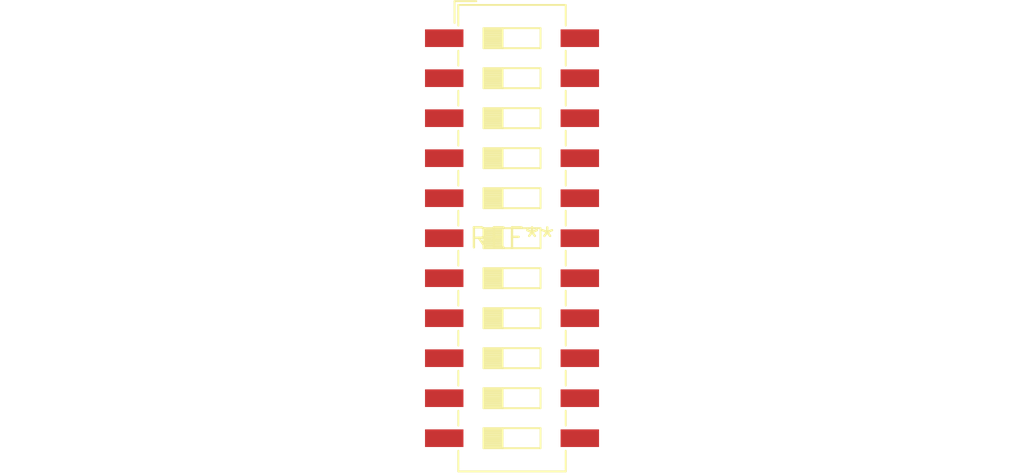
<source format=kicad_pcb>
(kicad_pcb (version 20240108) (generator pcbnew)
  (layers (0 "F.Cu" signal) (31 "B.Cu" signal) (34 "B.Paste" user) (35 "F.Paste" user) (36 "B.SilkS" user "B.Silkscreen") (37 "F.SilkS" user "F.Silkscreen") (38 "B.Mask" user) (39 "F.Mask" user) (44 "Edge.Cuts" user))
  (net 0 "")
  (footprint "SW_DIP_SPSTx11_Slide_6.7x29.5mm_W8.61mm_P2.54mm_LowProfile" (layer "F.Cu") (at 0 0)
    (property "Reference" "REF**")
    (property "Value" "SW_DIP_SPSTx11_Slide_6.7x29.5mm_W8.61mm_P2.54mm_LowProfile")
    (fp_line (start -3.65 -15.05) (end -3.65 -13.667) (layer "F.SilkS") (stroke (width 0.12)))
    (fp_line (start -3.65 -15.05) (end -2.267 -15.05) (layer "F.SilkS") (stroke (width 0.12)))
    (fp_line (start -3.41 -14.81) (end -3.41 -13.5) (layer "F.SilkS") (stroke (width 0.12)))
    (fp_line (start -3.41 -14.81) (end 3.41 -14.81) (layer "F.SilkS") (stroke (width 0.12)))
    (fp_line (start -3.41 -11.9) (end -3.41 -10.96) (layer "F.SilkS") (stroke (width 0.12)))
    (fp_line (start -3.41 -9.36) (end -3.41 -8.42) (layer "F.SilkS") (stroke (width 0.12)))
    (fp_line (start -3.41 -6.82) (end -3.41 -5.88) (layer "F.SilkS") (stroke (width 0.12)))
    (fp_line (start -3.41 -4.28) (end -3.41 -3.34) (layer "F.SilkS") (stroke (width 0.12)))
    (fp_line (start -3.41 -1.74) (end -3.41 -0.8) (layer "F.SilkS") (stroke (width 0.12)))
    (fp_line (start -3.41 0.8) (end -3.41 1.74) (layer "F.SilkS") (stroke (width 0.12)))
    (fp_line (start -3.41 3.34) (end -3.41 4.28) (layer "F.SilkS") (stroke (width 0.12)))
    (fp_line (start -3.41 5.88) (end -3.41 6.82) (layer "F.SilkS") (stroke (width 0.12)))
    (fp_line (start -3.41 8.42) (end -3.41 9.36) (layer "F.SilkS") (stroke (width 0.12)))
    (fp_line (start -3.41 10.96) (end -3.41 11.9) (layer "F.SilkS") (stroke (width 0.12)))
    (fp_line (start -3.41 13.5) (end -3.41 14.81) (layer "F.SilkS") (stroke (width 0.12)))
    (fp_line (start -3.41 14.81) (end 3.41 14.81) (layer "F.SilkS") (stroke (width 0.12)))
    (fp_line (start -1.81 -13.335) (end -1.81 -12.065) (layer "F.SilkS") (stroke (width 0.12)))
    (fp_line (start -1.81 -13.215) (end -0.603333 -13.215) (layer "F.SilkS") (stroke (width 0.12)))
    (fp_line (start -1.81 -13.095) (end -0.603333 -13.095) (layer "F.SilkS") (stroke (width 0.12)))
    (fp_line (start -1.81 -12.975) (end -0.603333 -12.975) (layer "F.SilkS") (stroke (width 0.12)))
    (fp_line (start -1.81 -12.855) (end -0.603333 -12.855) (layer "F.SilkS") (stroke (width 0.12)))
    (fp_line (start -1.81 -12.735) (end -0.603333 -12.735) (layer "F.SilkS") (stroke (width 0.12)))
    (fp_line (start -1.81 -12.615) (end -0.603333 -12.615) (layer "F.SilkS") (stroke (width 0.12)))
    (fp_line (start -1.81 -12.495) (end -0.603333 -12.495) (layer "F.SilkS") (stroke (width 0.12)))
    (fp_line (start -1.81 -12.375) (end -0.603333 -12.375) (layer "F.SilkS") (stroke (width 0.12)))
    (fp_line (start -1.81 -12.255) (end -0.603333 -12.255) (layer "F.SilkS") (stroke (width 0.12)))
    (fp_line (start -1.81 -12.135) (end -0.603333 -12.135) (layer "F.SilkS") (stroke (width 0.12)))
    (fp_line (start -1.81 -12.065) (end 1.81 -12.065) (layer "F.SilkS") (stroke (width 0.12)))
    (fp_line (start -1.81 -10.795) (end -1.81 -9.525) (layer "F.SilkS") (stroke (width 0.12)))
    (fp_line (start -1.81 -10.675) (end -0.603333 -10.675) (layer "F.SilkS") (stroke (width 0.12)))
    (fp_line (start -1.81 -10.555) (end -0.603333 -10.555) (layer "F.SilkS") (stroke (width 0.12)))
    (fp_line (start -1.81 -10.435) (end -0.603333 -10.435) (layer "F.SilkS") (stroke (width 0.12)))
    (fp_line (start -1.81 -10.315) (end -0.603333 -10.315) (layer "F.SilkS") (stroke (width 0.12)))
    (fp_line (start -1.81 -10.195) (end -0.603333 -10.195) (layer "F.SilkS") (stroke (width 0.12)))
    (fp_line (start -1.81 -10.075) (end -0.603333 -10.075) (layer "F.SilkS") (stroke (width 0.12)))
    (fp_line (start -1.81 -9.955) (end -0.603333 -9.955) (layer "F.SilkS") (stroke (width 0.12)))
    (fp_line (start -1.81 -9.835) (end -0.603333 -9.835) (layer "F.SilkS") (stroke (width 0.12)))
    (fp_line (start -1.81 -9.715) (end -0.603333 -9.715) (layer "F.SilkS") (stroke (width 0.12)))
    (fp_line (start -1.81 -9.595) (end -0.603333 -9.595) (layer "F.SilkS") (stroke (width 0.12)))
    (fp_line (start -1.81 -9.525) (end 1.81 -9.525) (layer "F.SilkS") (stroke (width 0.12)))
    (fp_line (start -1.81 -8.255) (end -1.81 -6.985) (layer "F.SilkS") (stroke (width 0.12)))
    (fp_line (start -1.81 -8.135) (end -0.603333 -8.135) (layer "F.SilkS") (stroke (width 0.12)))
    (fp_line (start -1.81 -8.015) (end -0.603333 -8.015) (layer "F.SilkS") (stroke (width 0.12)))
    (fp_line (start -1.81 -7.895) (end -0.603333 -7.895) (layer "F.SilkS") (stroke (width 0.12)))
    (fp_line (start -1.81 -7.775) (end -0.603333 -7.775) (layer "F.SilkS") (stroke (width 0.12)))
    (fp_line (start -1.81 -7.655) (end -0.603333 -7.655) (layer "F.SilkS") (stroke (width 0.12)))
    (fp_line (start -1.81 -7.535) (end -0.603333 -7.535) (layer "F.SilkS") (stroke (width 0.12)))
    (fp_line (start -1.81 -7.415) (end -0.603333 -7.415) (layer "F.SilkS") (stroke (width 0.12)))
    (fp_line (start -1.81 -7.295) (end -0.603333 -7.295) (layer "F.SilkS") (stroke (width 0.12)))
    (fp_line (start -1.81 -7.175) (end -0.603333 -7.175) (layer "F.SilkS") (stroke (width 0.12)))
    (fp_line (start -1.81 -7.055) (end -0.603333 -7.055) (layer "F.SilkS") (stroke (width 0.12)))
    (fp_line (start -1.81 -6.985) (end 1.81 -6.985) (layer "F.SilkS") (stroke (width 0.12)))
    (fp_line (start -1.81 -5.715) (end -1.81 -4.445) (layer "F.SilkS") (stroke (width 0.12)))
    (fp_line (start -1.81 -5.595) (end -0.603333 -5.595) (layer "F.SilkS") (stroke (width 0.12)))
    (fp_line (start -1.81 -5.475) (end -0.603333 -5.475) (layer "F.SilkS") (stroke (width 0.12)))
    (fp_line (start -1.81 -5.355) (end -0.603333 -5.355) (layer "F.SilkS") (stroke (width 0.12)))
    (fp_line (start -1.81 -5.235) (end -0.603333 -5.235) (layer "F.SilkS") (stroke (width 0.12)))
    (fp_line (start -1.81 -5.115) (end -0.603333 -5.115) (layer "F.SilkS") (stroke (width 0.12)))
    (fp_line (start -1.81 -4.995) (end -0.603333 -4.995) (layer "F.SilkS") (stroke (width 0.12)))
    (fp_line (start -1.81 -4.875) (end -0.603333 -4.875) (layer "F.SilkS") (stroke (width 0.12)))
    (fp_line (start -1.81 -4.755) (end -0.603333 -4.755) (layer "F.SilkS") (stroke (width 0.12)))
    (fp_line (start -1.81 -4.635) (end -0.603333 -4.635) (layer "F.SilkS") (stroke (width 0.12)))
    (fp_line (start -1.81 -4.515) (end -0.603333 -4.515) (layer "F.SilkS") (stroke (width 0.12)))
    (fp_line (start -1.81 -4.445) (end 1.81 -4.445) (layer "F.SilkS") (stroke (width 0.12)))
    (fp_line (start -1.81 -3.175) (end -1.81 -1.905) (layer "F.SilkS") (stroke (width 0.12)))
    (fp_line (start -1.81 -3.055) (end -0.603333 -3.055) (layer "F.SilkS") (stroke (width 0.12)))
    (fp_line (start -1.81 -2.935) (end -0.603333 -2.935) (layer "F.SilkS") (stroke (width 0.12)))
    (fp_line (start -1.81 -2.815) (end -0.603333 -2.815) (layer "F.SilkS") (stroke (width 0.12)))
    (fp_line (start -1.81 -2.695) (end -0.603333 -2.695) (layer "F.SilkS") (stroke (width 0.12)))
    (fp_line (start -1.81 -2.575) (end -0.603333 -2.575) (layer "F.SilkS") (stroke (width 0.12)))
    (fp_line (start -1.81 -2.455) (end -0.603333 -2.455) (layer "F.SilkS") (stroke (width 0.12)))
    (fp_line (start -1.81 -2.335) (end -0.603333 -2.335) (layer "F.SilkS") (stroke (width 0.12)))
    (fp_line (start -1.81 -2.215) (end -0.603333 -2.215) (layer "F.SilkS") (stroke (width 0.12)))
    (fp_line (start -1.81 -2.095) (end -0.603333 -2.095) (layer "F.SilkS") (stroke (width 0.12)))
    (fp_line (start -1.81 -1.975) (end -0.603333 -1.975) (layer "F.SilkS") (stroke (width 0.12)))
    (fp_line (start -1.81 -1.905) (end 1.81 -1.905) (layer "F.SilkS") (stroke (width 0.12)))
    (fp_line (start -1.81 -0.635) (end -1.81 0.635) (layer "F.SilkS") (stroke (width 0.12)))
    (fp_line (start -1.81 -0.515) (end -0.603333 -0.515) (layer "F.SilkS") (stroke (width 0.12)))
    (fp_line (start -1.81 -0.395) (end -0.603333 -0.395) (layer "F.SilkS") (stroke (width 0.12)))
    (fp_line (start -1.81 -0.275) (end -0.603333 -0.275) (layer "F.SilkS") (stroke (width 0.12)))
    (fp_line (start -1.81 -0.155) (end -0.603333 -0.155) (layer "F.SilkS") (stroke (width 0.12)))
    (fp_line (start -1.81 -0.035) (end -0.603333 -0.035) (layer "F.SilkS") (stroke (width 0.12)))
    (fp_line (start -1.81 0.085) (end -0.603333 0.085) (layer "F.SilkS") (stroke (width 0.12)))
    (fp_line (start -1.81 0.205) (end -0.603333 0.205) (layer "F.SilkS") (stroke (width 0.12)))
    (fp_line (start -1.81 0.325) (end -0.603333 0.325) (layer "F.SilkS") (stroke (width 0.12)))
    (fp_line (start -1.81 0.445) (end -0.603333 0.445) (layer "F.SilkS") (stroke (width 0.12)))
    (fp_line (start -1.81 0.565) (end -0.603333 0.565) (layer "F.SilkS") (stroke (width 0.12)))
    (fp_line (start -1.81 0.635) (end 1.81 0.635) (layer "F.SilkS") (stroke (width 0.12)))
    (fp_line (start -1.81 1.905) (end -1.81 3.175) (layer "F.SilkS") (stroke (width 0.12)))
    (fp_line (start -1.81 2.025) (end -0.603333 2.025) (layer "F.SilkS") (stroke (width 0.12)))
    (fp_line (start -1.81 2.145) (end -0.603333 2.145) (layer "F.SilkS") (stroke (width 0.12)))
    (fp_line (start -1.81 2.265) (end -0.603333 2.265) (layer "F.SilkS") (stroke (width 0.12)))
    (fp_line (start -1.81 2.385) (end -0.603333 2.385) (layer "F.SilkS") (stroke (width 0.12)))
    (fp_line (start -1.81 2.505) (end -0.603333 2.505) (layer "F.SilkS") (stroke (width 0.12)))
    (fp_line (start -1.81 2.625) (end -0.603333 2.625) (layer "F.SilkS") (stroke (width 0.12)))
    (fp_line (start -1.81 2.745) (end -0.603333 2.745) (layer "F.SilkS") (stroke (width 0.12)))
    (fp_line (start -1.81 2.865) (end -0.603333 2.865) (layer "F.SilkS") (stroke (width 0.12)))
    (fp_line (start -1.81 2.985) (end -0.603333 2.985) (layer "F.SilkS") (stroke (width 0.12)))
    (fp_line (start -1.81 3.105) (end -0.603333 3.105) (layer "F.SilkS") (stroke (width 0.12)))
    (fp_line (start -1.81 3.175) (end 1.81 3.175) (layer "F.SilkS") (stroke (width 0.12)))
    (fp_line (start -1.81 4.445) (end -1.81 5.715) (layer "F.SilkS") (stroke (width 0.12)))
    (fp_line (start -1.81 4.565) (end -0.603333 4.565) (layer "F.SilkS") (stroke (width 0.12)))
    (fp_line (start -1.81 4.685) (end -0.603333 4.685) (layer "F.SilkS") (stroke (width 0.12)))
    (fp_line (start -1.81 4.805) (end -0.603333 4.805) (layer "F.SilkS") (stroke (width 0.12)))
    (fp_line (start -1.81 4.925) (end -0.603333 4.925) (layer "F.SilkS") (stroke (width 0.12)))
    (fp_line (start -1.81 5.045) (end -0.603333 5.045) (layer "F.SilkS") (stroke (width 0.12)))
    (fp_line (start -1.81 5.165) (end -0.603333 5.165) (layer "F.SilkS") (stroke (width 0.12)))
    (fp_line (start -1.81 5.285) (end -0.603333 5.285) (layer "F.SilkS") (stroke (width 0.12)))
    (fp_line (start -1.81 5.405) (end -0.603333 5.405) (layer "F.SilkS") (stroke (width 0.12)))
    (fp_line (start -1.81 5.525) (end -0.603333 5.525) (layer "F.SilkS") (stroke (width 0.12)))
    (fp_line (start -1.81 5.645) (end -0.603333 5.645) (layer "F.SilkS") (stroke (width 0.12)))
    (fp_line (start -1.81 5.715) (end 1.81 5.715) (layer "F.SilkS") (stroke (width 0.12)))
    (fp_line (start -1.81 6.985) (end -1.81 8.255) (layer "F.SilkS") (stroke (width 0.12)))
    (fp_line (start -1.81 7.105) (end -0.603333 7.105) (layer "F.SilkS") (stroke (width 0.12)))
    (fp_line (start -1.81 7.225) (end -0.603333 7.225) (layer "F.SilkS") (stroke (width 0.12)))
    (fp_line (start -1.81 7.345) (end -0.603333 7.345) (layer "F.SilkS") (stroke (width 0.12)))
    (fp_line (start -1.81 7.465) (end -0.603333 7.465) (layer "F.SilkS") (stroke (width 0.12)))
    (fp_line (start -1.81 7.585) (end -0.603333 7.585) (layer "F.SilkS") (stroke (width 0.12)))
    (fp_line (start -1.81 7.705) (end -0.603333 7.705) (layer "F.SilkS") (stroke (width 0.12)))
    (fp_line (start -1.81 7.825) (end -0.603333 7.825) (layer "F.SilkS") (stroke (width 0.12)))
    (fp_line (start -1.81 7.945) (end -0.603333 7.945) (layer "F.SilkS") (stroke (width 0.12)))
    (fp_line (start -1.81 8.065) (end -0.603333 8.065) (layer "F.SilkS") (stroke (width 0.12)))
    (fp_line (start -1.81 8.185) (end -0.603333 8.185) (layer "F.SilkS") (stroke (width 0.12)))
    (fp_line (start -1.81 8.255) (end 1.81 8.255) (layer "F.SilkS") (stroke (width 0.12)))
    (fp_line (start -1.81 9.525) (end -1.81 10.795) (layer "F.SilkS") (stroke (width 0.12)))
    (fp_line (start -1.81 9.645) (end -0.603333 9.645) (layer "F.SilkS") (stroke (width 0.12)))
    (fp_line (start -1.81 9.765) (end -0.603333 9.765) (layer "F.SilkS") (stroke (width 0.12)))
    (fp_line (start -1.81 9.885) (end -0.603333 9.885) (layer "F.SilkS") (stroke (width 0.12)))
    (fp_line (start -1.81 10.005) (end -0.603333 10.005) (layer "F.SilkS") (stroke (width 0.12)))
    (fp_line (start -1.81 10.125) (end -0.603333 10.125) (layer "F.SilkS") (stroke (width 0.12)))
    (fp_line (start -1.81 10.245) (end -0.603333 10.245) (layer "F.SilkS") (stroke (width 0.12)))
    (fp_line (start -1.81 10.365) (end -0.603333 10.365) (layer "F.SilkS") (stroke (width 0.12)))
    (fp_line (start -1.81 10.485) (end -0.603333 10.485) (layer "F.SilkS") (stroke (width 0.12)))
    (fp_line (start -1.81 10.605) (end -0.603333 10.605) (layer "F.SilkS") (stroke (width 0.12)))
    (fp_line (start -1.81 10.725) (end -0.603333 10.725) (layer "F.SilkS") (stroke (width 0.12)))
    (fp_line (start -1.81 10.795) (end 1.81 10.795) (layer "F.SilkS") (stroke (width 0.12)))
    (fp_line (start -1.81 12.065) (end -1.81 13.335) (layer "F.SilkS") (stroke (width 0.12)))
    (fp_line (start -1.81 12.185) (end -0.603333 12.185) (layer "F.SilkS") (stroke (width 0.12)))
    (fp_line (start -1.81 12.305) (end -0.603333 12.305) (layer "F.SilkS") (stroke (width 0.12)))
    (fp_line (start -1.81 12.425) (end -0.603333 12.425) (layer "F.SilkS") (stroke (width 0.12)))
    (fp_line (start -1.81 12.545) (end -0.603333 12.545) (layer "F.SilkS") (stroke (width 0.12)))
    (fp_line (start -1.81 12.665) (end -0.603333 12.665) (layer "F.SilkS") (stroke (width 0.12)))
    (fp_line (start -1.81 12.785) (end -0.603333 12.785) (layer "F.SilkS") (stroke (width 0.12)))
    (fp_line (start -1.81 12.905) (end -0.603333 12.905) (layer "F.SilkS") (stroke (width 0.12)))
    (fp_line (start -1.81 13.025) (end -0.603333 13.025) (layer "F.SilkS") (stroke (width 0.12)))
    (fp_line (start -1.81 13.145) (end -0.603333 13.145) (layer "F.SilkS") (stroke (width 0.12)))
    (fp_line (start -1.81 13.265) (end -0.603333 13.265) (layer "F.SilkS") (stroke (width 0.12)))
    (fp_line (start -1.81 13.335) (end 1.81 13.335) (layer "F.SilkS") (stroke (width 0.12)))
    (fp_line (start -0.603333 -13.335) (end -0.603333 -12.065) (layer "F.SilkS") (stroke (width 0.12)))
    (fp_line (start -0.603333 -10.795) (end -0.603333 -9.525) (layer "F.SilkS") (stroke (width 0.12)))
    (fp_line (start -0.603333 -8.255) (end -0.603333 -6.985) (layer "F.SilkS") (stroke (width 0.12)))
    (fp_line (start -0.603333 -5.715) (end -0.603333 -4.445) (layer "F.SilkS") (stroke (width 0.12)))
    (fp_line (start -0.603333 -3.175) (end -0.603333 -1.905) (layer "F.SilkS") (stroke (width 0.12)))
    (fp_line (start -0.603333 -0.635) (end -0.603333 0.635) (layer "F.SilkS") (stroke (width 0.12)))
    (fp_line (start -0.603333 1.905) (end -0.603333 3.175) (layer "F.SilkS") (stroke (width 0.12)))
    (fp_line (start -0.603333 4.445) (end -0.603333 5.715) (layer "F.SilkS") (stroke (width 0.12)))
    (fp_line (start -0.603333 6.985) (end -0.603333 8.255) (layer "F.SilkS") (stroke (width 0.12)))
    (fp_line (start -0.603333 9.525) (end -0.603333 10.795) (layer "F.SilkS") (stroke (width 0.12)))
    (fp_line (start -0.603333 12.065) (end -0.603333 13.335) (layer "F.SilkS") (stroke (width 0.12)))
    (fp_line (start 1.81 -13.335) (end -1.81 -13.335) (layer "F.SilkS") (stroke (width 0.12)))
    (fp_line (start 1.81 -12.065) (end 1.81 -13.335) (layer "F.SilkS") (stroke (width 0.12)))
    (fp_line (start 1.81 -10.795) (end -1.81 -10.795) (layer "F.SilkS") (stroke (width 0.12)))
    (fp_line (start 1.81 -9.525) (end 1.81 -10.795) (layer "F.SilkS") (stroke (width 0.12)))
    (fp_line (start 1.81 -8.255) (end -1.81 -8.255) (layer "F.SilkS") (stroke (width 0.12)))
    (fp_line (start 1.81 -6.985) (end 1.81 -8.255) (layer "F.SilkS") (stroke (width 0.12)))
    (fp_line (start 1.81 -5.715) (end -1.81 -5.715) (layer "F.SilkS") (stroke (width 0.12)))
    (fp_line (start 1.81 -4.445) (end 1.81 -5.715) (layer "F.SilkS") (stroke (width 0.12)))
    (fp_line (start 1.81 -3.175) (end -1.81 -3.175) (layer "F.SilkS") (stroke (width 0.12)))
    (fp_line (start 1.81 -1.905) (end 1.81 -3.175) (layer "F.SilkS") (stroke (width 0.12)))
    (fp_line (start 1.81 -0.635) (end -1.81 -0.635) (layer "F.SilkS") (stroke (width 0.12)))
    (fp_line (start 1.81 0.635) (end 1.81 -0.635) (layer "F.SilkS") (stroke (width 0.12)))
    (fp_line (start 1.81 1.905) (end -1.81 1.905) (layer "F.SilkS") (stroke (width 0.12)))
    (fp_line (start 1.81 3.175) (end 1.81 1.905) (layer "F.SilkS") (stroke (width 0.12)))
    (fp_line (start 1.81 4.445) (end -1.81 4.445) (layer "F.SilkS") (stroke (width 0.12)))
    (fp_line (start 1.81 5.715) (end 1.81 4.445) (layer "F.SilkS") (stroke (width 0.12)))
    (fp_line (start 1.81 6.985) (end -1.81 6.985) (layer "F.SilkS") (stroke (width 0.12)))
    (fp_line (start 1.81 8.255) (end 1.81 6.985) (layer "F.SilkS") (stroke (width 0.12)))
    (fp_line (start 1.81 9.525) (end -1.81 9.525) (layer "F.SilkS") (stroke (width 0.12)))
    (fp_line (start 1.81 10.795) (end 1.81 9.525) (layer "F.SilkS") (stroke (width 0.12)))
    (fp_line (start 1.81 12.065) (end -1.81 12.065) (layer "F.SilkS") (stroke (width 0.12)))
    (fp_line (start 1.81 13.335) (end 1.81 12.065) (layer "F.SilkS") (stroke (width 0.12)))
    (fp_line (start 3.41 -14.81) (end 3.41 -13.5) (layer "F.SilkS") (stroke (width 0.12)))
    (fp_line (start 3.41 -11.899) (end 3.41 -10.959) (layer "F.SilkS") (stroke (width 0.12)))
    (fp_line (start 3.41 -9.359) (end 3.41 -8.419) (layer "F.SilkS") (stroke (width 0.12)))
    (fp_line (start 3.41 -6.819) (end 3.41 -5.879) (layer "F.SilkS") (stroke (width 0.12)))
    (fp_line (start 3.41 -4.279) (end 3.41 -3.339) (layer "F.SilkS") (stroke (width 0.12)))
    (fp_line (start 3.41 -1.739) (end 3.41 -0.799) (layer "F.SilkS") (stroke (width 0.12)))
    (fp_line (start 3.41 0.801) (end 3.41 1.741) (layer "F.SilkS") (stroke (width 0.12)))
    (fp_line (start 3.41 3.341) (end 3.41 4.28) (layer "F.SilkS") (stroke (width 0.12)))
    (fp_line (start 3.41 5.88) (end 3.41 6.82) (layer "F.SilkS") (stroke (width 0.12)))
    (fp_line (start 3.41 8.42) (end 3.41 9.36) (layer "F.SilkS") (stroke (width 0.12)))
    (fp_line (start 3.41 10.96) (end 3.41 11.9) (layer "F.SilkS") (stroke (width 0.12)))
    (fp_line (start 3.41 13.5) (end 3.41 14.81) (layer "F.SilkS") (stroke (width 0.12)))
    (pad "1" smd rect (at -4.305 -12.7) (size 2.44 1.12) (layers "F.Cu" "F.Paste" "F.Mask"))
    (pad "2" smd rect (at -4.305 -10.16) (size 2.44 1.12) (layers "F.Cu" "F.Paste" "F.Mask"))
    (pad "3" smd rect (at -4.305 -7.62) (size 2.44 1.12) (layers "F.Cu" "F.Paste" "F.Mask"))
    (pad "4" smd rect (at -4.305 -5.08) (size 2.44 1.12) (layers "F.Cu" "F.Paste" "F.Mask"))
    (pad "5" smd rect (at -4.305 -2.54) (size 2.44 1.12) (layers "F.Cu" "F.Paste" "F.Mask"))
    (pad "6" smd rect (at -4.305 0) (size 2.44 1.12) (layers "F.Cu" "F.Paste" "F.Mask"))
    (pad "7" smd rect (at -4.305 2.54) (size 2.44 1.12) (layers "F.Cu" "F.Paste" "F.Mask"))
    (pad "8" smd rect (at -4.305 5.08) (size 2.44 1.12) (layers "F.Cu" "F.Paste" "F.Mask"))
    (pad "9" smd rect (at -4.305 7.62) (size 2.44 1.12) (layers "F.Cu" "F.Paste" "F.Mask"))
    (pad "10" smd rect (at -4.305 10.16) (size 2.44 1.12) (layers "F.Cu" "F.Paste" "F.Mask"))
    (pad "11" smd rect (at -4.305 12.7) (size 2.44 1.12) (layers "F.Cu" "F.Paste" "F.Mask"))
    (pad "12" smd rect (at 4.305 12.7) (size 2.44 1.12) (layers "F.Cu" "F.Paste" "F.Mask"))
    (pad "13" smd rect (at 4.305 10.16) (size 2.44 1.12) (layers "F.Cu" "F.Paste" "F.Mask"))
    (pad "14" smd rect (at 4.305 7.62) (size 2.44 1.12) (layers "F.Cu" "F.Paste" "F.Mask"))
    (pad "15" smd rect (at 4.305 5.08) (size 2.44 1.12) (layers "F.Cu" "F.Paste" "F.Mask"))
    (pad "16" smd rect (at 4.305 2.54) (size 2.44 1.12) (layers "F.Cu" "F.Paste" "F.Mask"))
    (pad "17" smd rect (at 4.305 0) (size 2.44 1.12) (layers "F.Cu" "F.Paste" "F.Mask"))
    (pad "18" smd rect (at 4.305 -2.54) (size 2.44 1.12) (layers "F.Cu" "F.Paste" "F.Mask"))
    (pad "19" smd rect (at 4.305 -5.08) (size 2.44 1.12) (layers "F.Cu" "F.Paste" "F.Mask"))
    (pad "20" smd rect (at 4.305 -7.62) (size 2.44 1.12) (layers "F.Cu" "F.Paste" "F.Mask"))
    (pad "21" smd rect (at 4.305 -10.16) (size 2.44 1.12) (layers "F.Cu" "F.Paste" "F.Mask"))
    (pad "22" smd rect (at 4.305 -12.7) (size 2.44 1.12) (layers "F.Cu" "F.Paste" "F.Mask"))
  )
)
</source>
